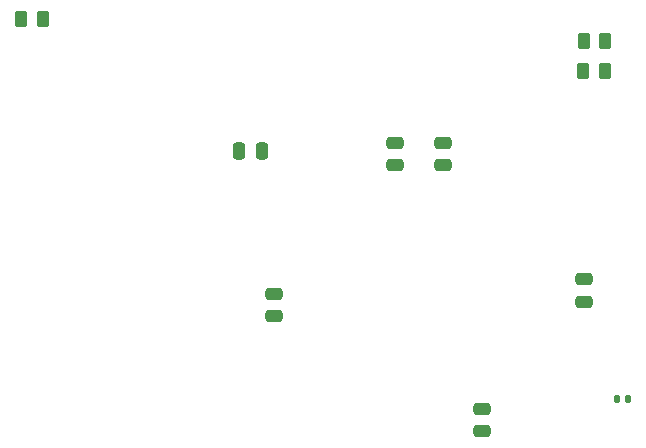
<source format=gbr>
%TF.GenerationSoftware,KiCad,Pcbnew,9.0.0*%
%TF.CreationDate,2025-04-23T21:59:36+02:00*%
%TF.ProjectId,Projecte,50726f6a-6563-4746-952e-6b696361645f,rev?*%
%TF.SameCoordinates,Original*%
%TF.FileFunction,Paste,Bot*%
%TF.FilePolarity,Positive*%
%FSLAX46Y46*%
G04 Gerber Fmt 4.6, Leading zero omitted, Abs format (unit mm)*
G04 Created by KiCad (PCBNEW 9.0.0) date 2025-04-23 21:59:36*
%MOMM*%
%LPD*%
G01*
G04 APERTURE LIST*
G04 Aperture macros list*
%AMRoundRect*
0 Rectangle with rounded corners*
0 $1 Rounding radius*
0 $2 $3 $4 $5 $6 $7 $8 $9 X,Y pos of 4 corners*
0 Add a 4 corners polygon primitive as box body*
4,1,4,$2,$3,$4,$5,$6,$7,$8,$9,$2,$3,0*
0 Add four circle primitives for the rounded corners*
1,1,$1+$1,$2,$3*
1,1,$1+$1,$4,$5*
1,1,$1+$1,$6,$7*
1,1,$1+$1,$8,$9*
0 Add four rect primitives between the rounded corners*
20,1,$1+$1,$2,$3,$4,$5,0*
20,1,$1+$1,$4,$5,$6,$7,0*
20,1,$1+$1,$6,$7,$8,$9,0*
20,1,$1+$1,$8,$9,$2,$3,0*%
G04 Aperture macros list end*
%ADD10RoundRect,0.140000X-0.140000X-0.170000X0.140000X-0.170000X0.140000X0.170000X-0.140000X0.170000X0*%
%ADD11RoundRect,0.250000X-0.250000X-0.475000X0.250000X-0.475000X0.250000X0.475000X-0.250000X0.475000X0*%
%ADD12RoundRect,0.250000X-0.262500X-0.450000X0.262500X-0.450000X0.262500X0.450000X-0.262500X0.450000X0*%
%ADD13RoundRect,0.250000X0.475000X-0.250000X0.475000X0.250000X-0.475000X0.250000X-0.475000X-0.250000X0*%
%ADD14RoundRect,0.250000X-0.475000X0.250000X-0.475000X-0.250000X0.475000X-0.250000X0.475000X0.250000X0*%
G04 APERTURE END LIST*
D10*
%TO.C,C13*%
X224170000Y-118980000D03*
X225130000Y-118980000D03*
%TD*%
D11*
%TO.C,C15*%
X192230000Y-97930000D03*
X194130000Y-97930000D03*
%TD*%
D12*
%TO.C,R24*%
X221397500Y-88630000D03*
X223222500Y-88630000D03*
%TD*%
D13*
%TO.C,C11*%
X195170000Y-111957500D03*
X195170000Y-110057500D03*
%TD*%
D12*
%TO.C,R1*%
X173787500Y-86790000D03*
X175612500Y-86790000D03*
%TD*%
%TO.C,R23*%
X221367500Y-91180000D03*
X223192500Y-91180000D03*
%TD*%
D13*
%TO.C,C9*%
X212820000Y-121710000D03*
X212820000Y-119810000D03*
%TD*%
%TO.C,C16*%
X205420000Y-99150000D03*
X205420000Y-97250000D03*
%TD*%
%TO.C,C13*%
X221390000Y-110720000D03*
X221390000Y-108820000D03*
%TD*%
D14*
%TO.C,C8*%
X209450000Y-97290000D03*
X209450000Y-99190000D03*
%TD*%
M02*

</source>
